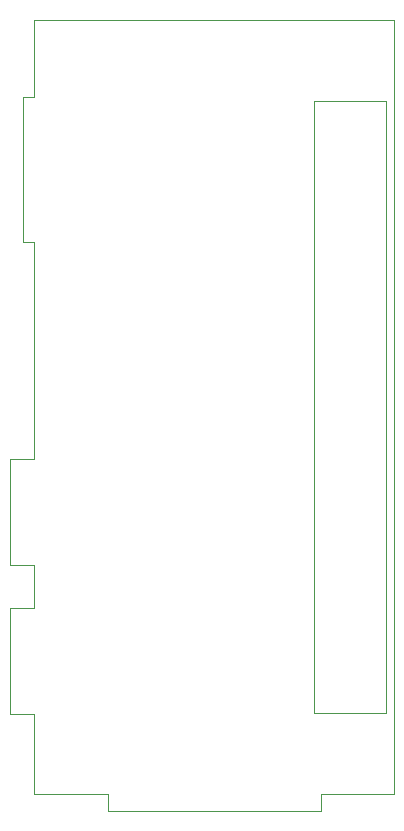
<source format=gbr>
G04 #@! TF.GenerationSoftware,KiCad,Pcbnew,5.1.2-f72e74a~84~ubuntu18.04.1*
G04 #@! TF.CreationDate,2019-05-17T13:13:24-07:00*
G04 #@! TF.ProjectId,RPZ_SC_VNA,52505a5f-5343-45f5-964e-412e6b696361,rev?*
G04 #@! TF.SameCoordinates,Original*
G04 #@! TF.FileFunction,Other,User*
%FSLAX46Y46*%
G04 Gerber Fmt 4.6, Leading zero omitted, Abs format (unit mm)*
G04 Created by KiCad (PCBNEW 5.1.2-f72e74a~84~ubuntu18.04.1) date 2019-05-17 13:13:24*
%MOMM*%
%LPD*%
G04 APERTURE LIST*
%ADD10C,0.050000*%
G04 APERTURE END LIST*
D10*
X128351500Y-51413000D02*
X128351500Y-103213000D01*
X134451500Y-51413000D02*
X128351500Y-51413000D01*
X134451500Y-103213000D02*
X134451500Y-51413000D01*
X128351500Y-103213000D02*
X134451500Y-103213000D01*
X102581500Y-103343000D02*
X104631500Y-103343000D01*
X102581500Y-94343000D02*
X104631500Y-94343000D01*
X102581500Y-103343000D02*
X102581500Y-94343000D01*
X102581500Y-90743000D02*
X104631500Y-90743000D01*
X102581500Y-90743000D02*
X102581500Y-81743000D01*
X102581500Y-81743000D02*
X104631500Y-81743000D01*
X103681500Y-63393000D02*
X104631500Y-63393000D01*
X103681500Y-51093000D02*
X104631500Y-51093000D01*
X103681500Y-51093000D02*
X103681500Y-63393000D01*
X128881500Y-111543000D02*
X128881500Y-110093000D01*
X110881500Y-111543000D02*
X110881500Y-110093000D01*
X110881500Y-111543000D02*
X128881500Y-111543000D01*
X135131500Y-110093000D02*
X135131500Y-44593000D01*
X104631500Y-81743000D02*
X104631500Y-63393000D01*
X135131500Y-44593000D02*
X104631500Y-44593000D01*
X104631500Y-51093000D02*
X104631500Y-44593000D01*
X104631500Y-90743000D02*
X104631500Y-94343000D01*
X104631500Y-103343000D02*
X104631500Y-110093000D01*
X135131500Y-110093000D02*
X128881500Y-110093000D01*
X110881500Y-110093000D02*
X104631500Y-110093000D01*
M02*

</source>
